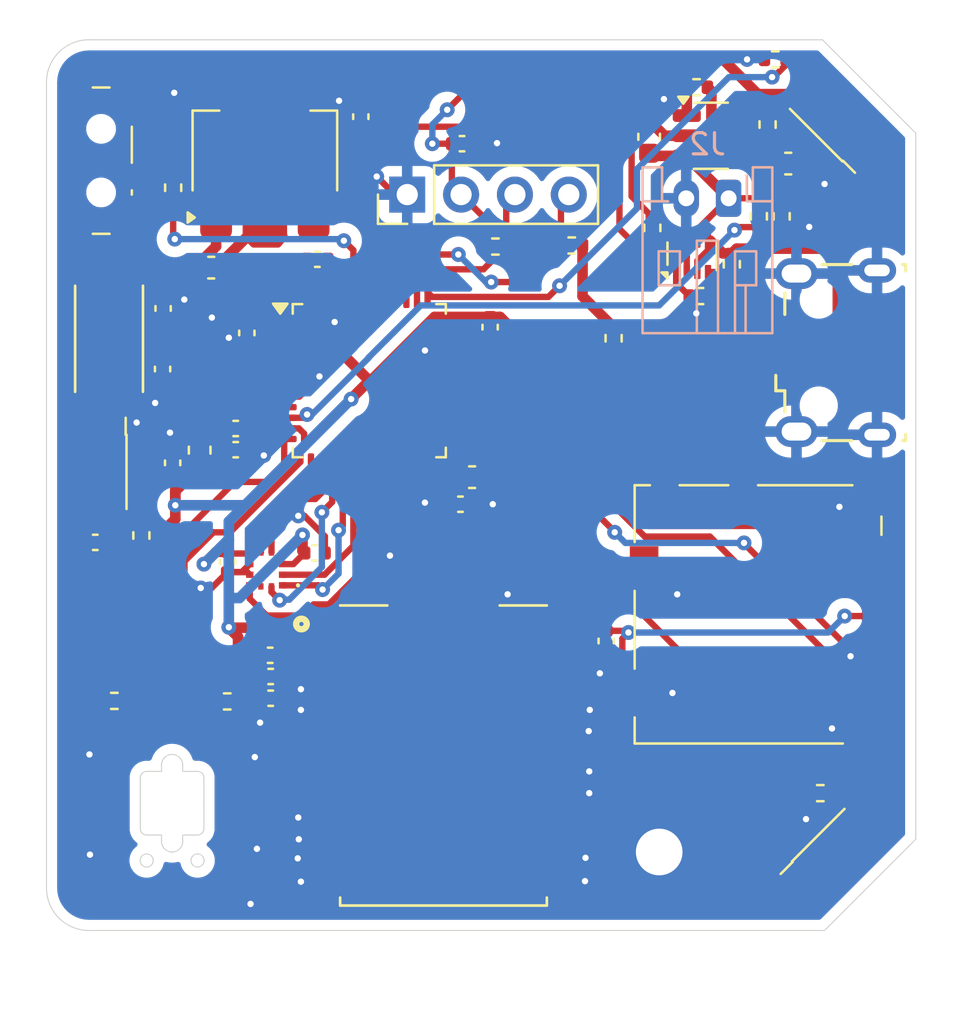
<source format=kicad_pcb>
(kicad_pcb (version 20241229) (generator "pcbnew") (generator_version "9.0")
  (layers (0 "F.Cu" signal) (2 "B.Cu" power) (13 "F.Paste" user) (15 "B.Paste" user) (5 "F.SilkS" user "F.Silkscreen") (7 "B.SilkS" user "B.Silkscreen") (1 "F.Mask" user) (3 "B.Mask" user) (25 "Edge.Cuts" user))
  (net 0 "")
  (net 1 "GND")
  (net 2 "+3.3V")
  (net 3 "/VCC")
  (net 4 "/HSE_IN")
  (net 5 "Net-(U1-NRST)")
  (net 7 "/SD_DET")
  (net 10 "/SD_CS")
  (net 11 "/DISP_SDA")
  (net 12 "/DISP_SCL")
  (net 13 "/ENC_A")
  (net 14 "/ENC_B")
  (net 15 "/HSE_OUT")
  (net 18 "/D+")
  (net 20 "/D-")
  (net 22 "/SD_MISO")
  (net 23 "/ACC_SCK")
  (net 24 "/ACC_MISO")
  (net 25 "/ACC_MOSI")
  (net 26 "/BATSTAT")
  (net 27 "Net-(SW2-B)")
  (net 28 "Net-(U1-BOOT0)")
  (net 29 "/SD_SCK")
  (net 30 "Net-(U5-RF_IN)")
  (net 31 "/BTN_SEL")
  (net 32 "/BTN_BCK")
  (net 33 "/3D_FIX")
  (net 34 "/GPS_TX")
  (net 35 "/ACCEl_INT1")
  (net 36 "/GPS_FON")
  (net 37 "/ACCEl_INT2")
  (net 38 "Net-(U1-VDDA)")
  (net 39 "/ACC_CS")
  (net 42 "/GPS_RX")
  (net 49 "/SD_MOSI")
  (net 54 "/VBUS")
  (net 55 "Net-(U3-PROG)")
  (net 56 "Net-(U3-STAT)")
  (net 57 "/VBAT")
  (net 58 "Net-(U4-ST)")
  (net 60 "Net-(U4-PR1)")
  (footprint "ImportsLibrary:XDCR_BMA456" (layer "F.Cu") (at 144.8625 117.375 180)
    (property "Reference" "U6" (hide yes))
    (property "Value" "BMA456")
  )
  (footprint "Capacitor_SMD:C_0402_1005Metric" (layer "F.Cu") (at 160.9 120.75 -90)
    (property "Reference" "C16" (hide yes))
    (property "Value" "0.1uF")
  )
  (footprint "Resistor_SMD:R_0402_1005Metric" (layer "F.Cu") (at 168.875 93.325)
    (property "Reference" "R15" (hide yes))
    (property "Value" "10kR")
  )
  (footprint "Capacitor_SMD:C_0402_1005Metric" (layer "F.Cu") (at 147.15 116.6)
    (property "Reference" "C15" (hide yes))
    (property "Value" "0.1uF")
  )
  (footprint "Capacitor_SMD:C_0402_1005Metric" (layer "F.Cu") (at 143.0375 117.025 -90)
    (property "Reference" "C18" (hide yes))
    (property "Value" "0.1uF")
  )
  (footprint "Capacitor_SMD:C_0402_1005Metric" (layer "F.Cu") (at 154.025 114.3)
    (property "Reference" "C4" (hide yes))
    (property "Value" "0.1uF")
  )
  (footprint "Button_Switch_SMD:SW_SPST_EVQP7A" (layer "F.Cu") (at 172 131 45)
    (property "Reference" "SW4" (hide yes))
    (property "Value" "SW_Push")
  )
  (footprint "Resistor_SMD:R_0402_1005Metric" (layer "F.Cu") (at 137.7 123.575)
    (property "Reference" "R10" (hide yes))
    (property "Value" "10kR")
  )
  (footprint "Capacitor_SMD:C_0603_1608Metric" (layer "F.Cu") (at 142.27 103.145 180)
    (property "Reference" "C13" (hide yes))
    (property "Value" "22uF")
  )
  (footprint "Capacitor_SMD:C_0603_1608Metric" (layer "F.Cu") (at 162.925 96.975 90)
    (property "Reference" "C10" (hide yes))
    (property "Value" "4.7uF")
  )
  (footprint "Capacitor_SMD:C_0603_1608Metric" (layer "F.Cu") (at 169.4875 98.2375)
    (property "Reference" "C9" (hide yes))
    (property "Value" "4.7uF")
  )
  (footprint "Capacitor_SMD:C_0402_1005Metric" (layer "F.Cu") (at 143.425 111.73)
    (property "Reference" "C6" (hide yes))
    (property "Value" "0.01uF")
  )
  (footprint "Capacitor_SMD:C_0402_1005Metric" (layer "F.Cu") (at 143.425 110.73)
    (property "Reference" "C7" (hide yes))
    (property "Value" "1uF")
  )
  (footprint "Package_TO_SOT_SMD:SOT-223-3_TabPin2" (layer "F.Cu") (at 144.8 97.65 90)
    (property "Reference" "U2" (hide yes))
    (property "Value" "AMS1117-3.3")
  )
  (footprint "Connector_USB:USB_Micro-B_Wuerth_629105150521" (layer "F.Cu") (at 171.725 107.15 90)
    (property "Reference" "J1" (hide yes))
    (property "Value" "USB_B_Micro")
  )
  (footprint "Resistor_SMD:R_0402_1005Metric" (layer "F.Cu") (at 165.325 104.485)
    (property "Reference" "R6" (hide yes))
    (property "Value" "10kR")
  )
  (footprint "Capacitor_SMD:C_0603_1608Metric" (layer "F.Cu") (at 154.575 113.025)
    (property "Reference" "C5" (hide yes))
    (property "Value" "10uF")
  )
  (footprint "Package_TO_SOT_SMD:SOT-583-8" (layer "F.Cu") (at 164.95 102.61 90)
    (property "Reference" "U4" (hide yes))
    (property "Value" "TPS2116DRL")
  )
  (footprint "Connector_PinHeader_2.54mm:PinHeader_1x04_P2.54mm_Vertical" (layer "F.Cu") (at 151.515 99.7 90)
    (property "Reference" "J5" (hide yes))
    (property "Value" "Conn_01x04_Pin")
  )
  (footprint "Capacitor_SMD:C_0402_1005Metric" (layer "F.Cu") (at 149.325 96.025 90)
    (property "Reference" "C12" (hide yes))
    (property "Value" "10uF")
  )
  (footprint "ImportsLibrary:XCVR_L96-M33" (layer "F.Cu") (at 153.225 126.15)
    (property "Reference" "U5" (hide yes))
    (property "Value" "L96-M33")
  )
  (footprint "Capacitor_SMD:C_0402_1005Metric" (layer "F.Cu") (at 145.075 122.425 180)
    (property "Reference" "C22" (hide yes))
    (property "Value" "10uF")
  )
  (footprint "Capacitor_SMD:C_0402_1005Metric" (layer "F.Cu") (at 155.425 105.95 -90)
    (property "Reference" "C1" (hide yes))
    (property "Value" "0.1uF")
  )
  (footprint "Capacitor_SMD:C_0402_1005Metric" (layer "F.Cu") (at 154.1 97.3)
    (property "Reference" "C17" (hide yes))
    (property "Value" "0.1uF")
  )
  (footprint "Package_QFP:LQFP-48_7x7mm_P0.5mm" (layer "F.Cu") (at 149.725 108.475)
    (property "Reference" "U1" (hide yes))
    (property "Value" "STM32F103C8Tx")
  )
  (footprint "Resistor_SMD:R_0402_1005Metric" (layer "F.Cu") (at 165.1625 94.6375 180)
    (property "Reference" "R3" (hide yes))
    (property "Value" "10kR")
  )
  (footprint "Button_Switch_SMD:SW_SPST_EVQP7A" (layer "F.Cu") (at 136.725 112.775 -90)
    (property "Reference" "SW5" (hide yes))
    (property "Value" "SW_Push")
  )
  (footprint "Resistor_SMD:R_0402_1005Metric" (layer "F.Cu") (at 155.675 102.15)
    (property "Reference" "R8" (hide yes))
    (property "Value" "10kR")
  )
  (footprint "Resistor_SMD:R_0402_1005Metric" (layer "F.Cu") (at 161.25 106.475 90)
    (property "Reference" "R17" (hide yes))
    (property "Value" "1k5R")
  )
  (footprint "Button_Switch_SMD:SW_SPST_EVQP7A" (layer "F.Cu") (at 171.9 95.8 135)
    (property "Reference" "SW3" (hide yes))
    (property "Value" "SW_Push")
  )
  (footprint "Resistor_SMD:R_0402_1005Metric" (layer "F.Cu") (at 143.025 123.6)
    (property "Reference" "R11" (hide yes))
    (property "Value" "10kR")
  )
  (footprint "MountingHole:MountingHole_2.2mm_M2_Pad" (layer "F.Cu") (at 163.4 130.7)
    (property "Reference" "H1" (hide yes))
    (property "Value" "MountingHole_Pad")
  )
  (footprint "Resistor_SMD:R_0402_1005Metric" (layer "F.Cu") (at 159.275 102.1 180)
    (property "Reference" "R9" (hide yes))
    (property "Value" "10kR")
  )
  (footprint "Capacitor_SMD:C_0402_1005Metric" (layer "F.Cu") (at 139.975 107.925 -90)
    (property "Reference" "C24" (hide yes))
    (property "Value" "33pF")
  )
  (footprint "Button_Switch_SMD:SW_SPDT_PCM12" (layer "F.Cu") (at 137.405 98.1 -90)
    (property "Reference" "SW2" (hide yes))
    (property "Value" "SW_SPDT")
  )
  (footprint "Resistor_SMD:R_0402_1005Metric" (layer "F.Cu") (at 166.825 102.985 -90)
    (property "Reference" "R5" (hide yes))
    (property "Value" "10kR")
  )
  (footprint "Capacitor_SMD:C_0402_1005Metric" (layer "F.Cu") (at 145.05 121.425 180)
    (property "Reference" "C23" (hide yes))
    (property "Value" "1uF")
  )
  (footprint "Resistor_SMD:R_0402_1005Metric" (layer "F.Cu") (at 168.5125 96.3975 -90)
    (property "Reference" "R4" (hide yes))
    (property "Value" "5kR")
  )
  (footprint "Capacitor_SMD:C_0402_1005Metric" (layer "F.Cu") (at 145.075 123.45 180)
    (property "Reference" "C21" (hide yes))
    (property "Value" "0.1uF")
  )
  (footprint "ImportsLibrary:EC05E1220401" (layer "F.Cu") (at 140.425 133.2)
    (property "Reference" "SW1" (hide yes))
    (property "Value" "EC05E1220401")
    (fp_line (start -1.5 -6) (end -1.5 -4.8) (stroke (width 0.05)) (layer "Edge.Cuts"))
    (fp_line (start -1.5 -3.6) (end -1.5 -4.8) (stroke (width 0.05)) (layer "Edge.Cuts"))
    (fp_line (start -1.2 -6.3) (end -0.5 -6.3) (stroke (width 0.05)) (layer "Edge.Cuts"))
    (fp_line (start -1.2 -3.3) (end -0.5 -3.3) (stroke (width 0.05)) (layer "Edge.Cuts"))
    (fp_line (start -0.5 -6.6) (end -0.5 -6.3) (stroke (width 0.05)) (layer "Edge.Cuts"))
    (fp_line (start -0.5 -3) (end -0.5 -3.3) (stroke (width 0.05)) (layer "Edge.Cuts"))
    (fp_line (start 0.5 -6.6) (end 0.5 -6.3) (stroke (width 0.05)) (layer "Edge.Cuts"))
    (fp_line (start 0.5 -3) (end 0.5 -3.3) (stroke (width 0.05)) (layer "Edge.Cuts"))
    (fp_line (start 1.2 -6.3) (end 0.5 -6.3) (stroke (width 0.05)) (layer "Edge.Cuts"))
    (fp_line (start 1.2 -3.3) (end 0.5 -3.3) (stroke (width 0.05)) (layer "Edge.Cuts"))
    (fp_line (start 1.5 -6) (end 1.5 -4.8) (stroke (width 0.05)) (layer "Edge.Cuts"))
    (fp_line (start 1.5 -3.6) (end 1.5 -4.8) (stroke (width 0.05)) (layer "Edge.Cuts"))
    (fp_arc (start -1.5 -6) (mid -1.412132 -6.212132) (end -1.2 -6.3) (stroke (width 0.05)) (layer "Edge.Cuts"))
    (fp_arc (start -1.2 -3.3) (mid -1.412132 -3.387868) (end -1.5 -3.6) (stroke (width 0.05)) (layer "Edge.Cuts"))
    (fp_arc (start -0.5 -6.6) (mid 0 -7.1) (end 0.5 -6.6) (stroke (width 0.05)) (layer "Edge.Cuts"))
    (fp_arc (start 0.5 -3) (mid 0 -2.5) (end -0.5 -3) (stroke (width 0.05)) (layer "Edge.Cuts"))
    (fp_arc (start 1.2 -6.3) (mid 1.412132 -6.212132) (end 1.5 -6) (stroke (width 0.05)) (layer "Edge.Cuts"))
    (fp_arc (start 1.5 -3.6) (mid 1.412132 -3.387868) (end 1.2 -3.3) (stroke (width 0.05)) (layer "Edge.Cuts"))
    (fp_circle (center -1.2 -2.1) (end -0.89 -2.1) (stroke (width 0.05)) (fill no) (layer "Edge.Cuts"))
    (fp_circle (center 1.2 -2.1) (end 1.51 -2.1) (stroke (width 0.05)) (fill no) (layer "Edge.Cuts"))
  )
  (footprint "Resistor_SMD:R_0402_1005Metric" (layer "F.Cu") (at 168.1 100.725 -90)
    (property "Reference" "R1" (hide yes))
    (property "Value" "220kR")
  )
  (footprint "Capacitor_SMD:C_0402_1005Metric" (layer "F.Cu") (at 136.8 116.1 180)
    (property "Reference" "C20" (hide yes))
    (property "Value" "0.1uF")
  )
  (footprint "Capacitor_SMD:C_0402_1005Metric" (layer "F.Cu") (at 140.45 112.35 90)
    (property "Reference" "C8" (hide yes))
    (property "Value" "1uF")
  )
  (footprint "Resistor_SMD:R_0402_1005Metric" (layer "F.Cu") (at 171 127.925)
    (property "Reference" "R16" (hide yes))
    (property "Value" "10kR")
  )
  (footprint "Capacitor_SMD:C_0402_1005Metric" (layer "F.Cu") (at 140 105.07 90)
    (property "Reference" "C19" (hide yes))
    (property "Value" "33pF")
  )
  (footprint "Package_TO_SOT_SMD:SOT-23-5" (layer "F.Cu") (at 165.8375 96.925)
    (property "Reference" "U3" (hide yes))
    (property "Value" "MCP73831-2-OT")
  )
  (footprint "Resistor_SMD:R_0402_1005Metric" (layer "F.Cu") (at 169.175 100.725 -90)
    (property "Reference" "R2" (hide yes))
    (property "Value" "220kR")
  )
  (footprint "Capacitor_SMD:C_0402_1005Metric" (layer "F.Cu") (at 143.95 106.225 -90)
    (property "Reference" "C2" (hide yes))
    (property "Value" "0.1uF")
  )
  (footprint "Connector_Card:microSD_HC_Molex_104031-0811" (layer "F.Cu") (at 168.0625 119.475 -90)
    (property "Reference" "J4" (hide yes))
    (property "Value" "Micro_SD_Card_Det2")
  )
  (footprint "ImportsLibrary:XTAL_ABM3-8.000MHZ-B4Y-T" (layer "F.Cu") (at 137.45 106.5 -90)
    (property "Reference" "Y1" (hide yes))
    (property "Value" "ABM3-8.000MHZ-B4Y-T")
  )
  (footprint "Inductor_SMD:L_0603_1608Metric" (layer "F.Cu") (at 141.725 111.75 -90)
    (property "Reference" "FB1" (hide yes))
    (property "Value" "FerriteBead")
  )
  (footprint "Resistor_SMD:R_0402_1005Metric" (layer "F.Cu") (at 138.975 115.775 90)
    (property "Reference" "R13" (hide yes))
    (property "Value" "10kR")
  )
  (footprint "Resistor_SMD:R_0402_1005Metric" (layer "F.Cu") (at 140.475 99.375 -90)
    (property "Reference" "R12" (hide yes))
    (property "Value" "10kR")
  )
  (footprint "Resistor_SMD:R_0402_1005Metric" (layer "F.Cu") (at 163.075 101.27 90)
    (property "Reference" "R7" (hide yes))
    (property "Value" "10kR")
  )
  (footprint "Capacitor_SMD:C_0402_1005Metric" (layer "F.Cu") (at 147.275 102.75)
    (property "Reference" "C3" (hide yes))
    (property "Value" "0.1uF")
  )
  (footprint "Connector_JST:JST_PH_S2B-PH-K_1x02_P2.00mm_Horizontal" (layer "B.Cu") (at 166.675 99.875 180)
    (property "Reference" "J2")
    (property "Value" "Battery")
  )
  (gr_arc (start 134.5 94.4) (mid 135.085786 92.985786) (end 136.5 92.4) (stroke (width 0.05)) (layer "Edge.Cuts"))
  (gr_line (start 171.2 134.4) (end 175.5 130.1) (stroke (width 0.05)) (layer "Edge.Cuts"))
  (gr_line (start 171.1 92.4) (end 136.5 92.4) (stroke (width 0.05)) (layer "Edge.Cuts"))
  (gr_arc (start 136.5 134.4) (mid 135.085786 133.814214) (end 134.5 132.4) (stroke (width 0.05)) (layer "Edge.Cuts"))
  (gr_line (start 171.1 92.4) (end 175.5 96.8) (stroke (width 0.05)) (layer "Edge.Cuts"))
  (gr_line (start 134.5 94.4) (end 134.5 132.4) (stroke (width 0.05)) (layer "Edge.Cuts"))
  (gr_line (start 175.5 130.1) (end 175.5 96.8) (stroke (width 0.05)) (layer "Edge.Cuts"))
  (gr_line (start 136.5 134.4) (end 171.2 134.4) (stroke (width 0.05)) (layer "Edge.Cuts"))
  (segment (start 139.975 109.175) (end 139.625 109.525) (width 0.3) (layer "F.Cu") (net 1))
  (segment (start 140.45 111.05) (end 140.325 110.925) (width 0.5) (layer "F.Cu") (net 1))
  (segment (start 150.925 99.7) (end 150.075 98.85) (width 0.3) (layer "F.Cu") (net 1))
  (segment (start 144.225 130.35) (end 144.425 130.55) (width 0.3) (layer "F.Cu") (net 1))
  (segment (start 173.5125 121.87) (end 172.82545 121.87) (width 0.3) (layer "F.Cu") (net 1))
  (segment (start 151.975 112.6375) (end 151.975 113.85) (width 0.3) (layer "F.Cu") (net 1))
  (segment (start 143.905 110.73) (end 143.905 111.73) (width 0.3) (layer "F.Cu") (net 1))
  (segment (start 146.55 129.95) (end 146.4 130.1) (width 0.3) (layer "F.Cu") (net 1))
  (segment (start 148.425 129.95) (end 146.55 129.95) (width 0.3) (layer "F.Cu") (net 1))
  (segment (start 158.025 130.95) (end 158.025 132.1) (width 0.3) (layer "F.Cu") (net 1))
  (segment (start 160.9 121.23) (end 160.9 121.975) (width 0.3) (layer "F.Cu") (net 1))
  (segment (start 148.425 122.95) (end 146.575 122.95) (width 0.3) (layer "F.Cu") (net 1))
  (segment (start 137.445 110.975) (end 137.445 114.575) (width 0.3) (layer "F.Cu") (net 1))
  (segment (start 154.825 113.55) (end 155.55 114.275) (width 0.3) (layer "F.Cu") (net 1))
  (segment (start 142.5 100.85) (end 142.5 102.14) (width 0.5) (layer "F.Cu") (net 1))
  (segment (start 144.57 121.425) (end 144.57 122.4) (width 0.3) (layer "F.Cu") (net 1))
  (segment (start 169.175 101.235) (end 170.465 101.235) (width 0.3) (layer "F.Cu") (net 1))
  (segment (start 152.275 106.975) (end 152.351164 107.051164) (width 0.3) (layer "F.Cu") (net 1))
  (segment (start 173.3875 113.91) (end 172.415 113.91) (width 0.3) (layer "F.Cu") (net 1))
  (segment (start 147.475 105.175) (end 148.05 105.75) (width 0.3) (layer "F.Cu") (net 1))
  (segment (start 159.9 130.95) (end 159.925 130.975) (width 0.3) (layer "F.Cu") (net 1))
  (segment (start 146.4 130.95) (end 146.35 131) (width 0.3) (layer "F.Cu") (net 1))
  (segment (start 144.595 124.58) (end 144.575 124.6) (width 0.3) (layer "F.Cu") (net 1))
  (segment (start 151.975 113.85) (end 152.35 114.225) (width 0.3) (layer "F.Cu") (net 1))
  (segment (start 143.95 106.705) (end 143.355 106.705) (width 0.3) (layer "F.Cu") (net 1))
  (segment (start 137.445 110.975) (end 138.225 110.975) (width 0.3) (layer "F.Cu") (net 1))
  (segment (start 142.34 105.46) (end 142.3 105.5) (width 0.3) (layer "F.Cu") (net 1))
  (segment (start 170.49 128.985) (end 170.325 129.15) (width 0.3) (layer "F.Cu") (net 1))
  (segment (start 148.425 132.1) (end 146.5 132.1) (width 0.3) (layer "F.Cu") (net 1))
  (segment (start 143.724 133.551) (end 144.125 133.15) (width 0.3) (layer "F.Cu") (net 1))
  (segment (start 140.94 104.59) (end 141 104.65) (width 0.3) (layer "F.Cu") (net 1))
  (segment (start 154.58 97.3) (end 155.725 97.3) (width 0.3) (layer "F.Cu") (net 1))
  (segment (start 153.8875 106.225) (end 155.22 106.225) (width 0.3) (layer "F.Cu") (net 1))
  (segment (start 144.48 111.73) (end 144.75 112) (width 0.3) (layer "F.Cu") (net 1))
  (segment (start 170.2625 98.2375) (end 170.2625 98.2625) (width 0.5) (layer "F.Cu") (net 1))
  (segment (start 147.475 104.3125) (end 147.475 103.03) (width 0.3) (layer "F.Cu") (net 1))
  (segment (start 142.2925 118.25) (end 141.775 118.25) (width 0.3) (layer "F.Cu") (net 1))
  (segment (start 172.82545 121.87) (end 172.425449 121.469999) (width 0.3) (layer "F.Cu") (net 1))
  (segment (start 143.0375 117.505) (end 143.9675 117.505) (width 0.3) (layer "F.Cu") (net 1))
  (segment (start 140 104.59) (end 140.94 104.59) (width 0.3) (layer "F.Cu") (net 1))
  (segment (start 164.815 104.485) (end 164.815 104.965) (width 0.3) (layer "F.Cu") (net 1))
  (segment (start 136.625 128.4) (end 136.625 126.2) (width 0.3) (layer "F.Cu") (net 1))
  (segment (start 141.495 103.145) (end 141.495 103.6) (width 0.3) (layer "F.Cu") (net 1))
  (segment (start 155.65 119.15) (end 156.25 118.55) (width 0.3) (layer "F.Cu") (net 1))
  (segment (start 169.825 105.85) (end 169.825 103.475) (width 0.3) (layer "F.Cu") (net 1))
  (segment (start 170.49 127.925) (end 170.49 128.985) (width 0.3) (layer "F.Cu") (net 1))
  (segment (start 145.5625 109.225) (end 146.425 109.225) (width 0.3) (layer "F.Cu") (net 1))
  (segment (start 158.025 127.95) (end 160.075 127.95) (width 0.3) (layer "F.Cu") (net 1))
  (segment (start 153.8875 106.225) (end 153.025 106.225) (width 0.3) (layer "F.Cu") (net 1))
  (segment (start 154.505 114.3) (end 154.505 113.87) (width 0.3) (layer "F.Cu") (net 1))
  (segment (start 144.57 122.4) (end 144.595 122.425) (width 0.3) (layer "F.Cu") (net 1))
  (segment (start 147.63 116.6) (end 147.63 115.813636) (width 0.3) (layer "F.Cu") (net 1))
  (segment (start 141.426 133.551) (end 143.724 133.551) (width 0.3) (layer "F.Cu") (net 1))
  (segment (start 160.9 121.975) (end 160.6 122.275) (width 0.3) (layer "F.Cu") (net 1))
  (segment (start 147.63 115.813636) (end 146.666364 114.85) (width 0.3) (layer "F.Cu") (net 1))
  (segment (start 146.55 123.95) (end 146.5 124) (width 0.3) (layer "F.Cu") (net 1))
  (segment (start 140.45 111.87) (end 140.45 111.05) (width 0.5) (layer "F.Cu") (net 1))
  (segment (start 147.475 104.3125) (end 147.475 105.175) (width 0.3) (layer "F.Cu") (net 1))
  (segment (start 164.02 123.205) (end 164.025 123.2) (width 0.3) (layer "F.Cu") (net 1))
  (segment (start 155.22 106.225) (end 155.425 106.43) (width 0.3) (layer "F.Cu") (net 1))
  (segment (start 173.1625 125.23) (end 171.905 125.23) (width 0.3) (layer "F.Cu") (net 1))
  (segment (start 136.625 128.4) (end 136.625 130.75) (width 0.3) (layer "F.Cu") (net 1))
  (segment (start 146.5 128.95) (end 146.375 129.075) (width 0.3) (layer "F.Cu") (net 1))
  (segment (start 155.55 114.275) (end 155.55 114.3) (width 0.3) (layer "F.Cu") (net 1))
  (segment (start 148.425 129.95) (end 148.425 130.95) (width 0.3) (layer "F.Cu") (net 1))
  (segment (start 143.355 106.705) (end 143.1 106.45) (width 0.3) (layer "F.Cu") (net 1))
  (segment (start 146.575 122.95) (end 146.5 123.025) (width 0.3) (layer "F.Cu") (net 1))
  (segment (start 163.65 96.925) (end 162.925 96.2) (width 0.5) (layer "F.Cu") (net 1))
  (segment (start 142.34 104.445) (end 142.34 105.46) (width 0.3) (layer "F.Cu") (net 1))
  (segment (start 148.425 123.95) (end 146.55 123.95) (width 0.3) (layer "F.Cu") (net 1))
  (segment (start 146.425 109.225) (end 147.375 108.275) (width 0.3) (layer "F.Cu") (net 1))
  (segment (start 143.9675 117.505) (end 144.0875 117.625) (width 0.3) (layer "F.Cu") (net 1))
  (segment (start 162.935 117.235) (end 164.25 118.55) (width 0.3) (layer "F.Cu") (net 1))
  (segment (start 144.595 122.425) (end 144.595 123.45) (width 0.3) (layer "F.Cu") (net 1))
  (segment (start 154.505 113.87) (end 154.825 113.55) (width 0.3) (layer "F.Cu") (net 1))
  (segment (start 170.2625 98.2375) (end 168.9325 96.9075) (width 0.5) (layer "F.Cu") (net 1))
  (segment (start 144.225 128.4) (end 144.225 130.35) (width 0.3) (layer "F.Cu") (net 1))
  (segment (start 158.025 132.1) (end 159.875 132.1) (width 0.3) (layer "F.Cu") (net 1))
  (segment (start 155.725 97.3) (end 155.75 97.275) (width 0.3) (layer "F.Cu") (net 1))
  (segment (start 162.6875 123.205) (end 164.02 123.205) (width 0.3) (layer "F.Cu") (net 1))
  (segment (start 164.2 103.35) (end 164.2 103.87) (width 0.3) (layer "F.Cu") (net 1))
  (segment (start 144.225 128.4) (end 144.225 126.325) (width 0.3) (layer "F.Cu") (net 1))
  (segment (start 148.425 130.95) (end 146.4 130.95) (width 0.3) (layer "F.Cu") (net 1))
  (segment (start 151.225 119.15) (end 151.225 117.25) (width 0.3) (layer "F.Cu") (net 1))
  (segment (start 147.475 103.03) (end 147.755 102.75) (width 0.3) (layer "F.Cu") (net 1))
  (segment (start 158.025 130.95) (end 159.9 130.95) (width 0.3) (layer "F.Cu") (net 1))
  (segment (start 158.025 126.95) (end 160.05 126.95) (width 0.3) (layer "F.Cu") (net 1))
  (segment (start 137.445 114.575) (end 137.445 115.935) (width 0.3) (layer "F.Cu") (net 1))
  (segment (start 158.025 124.95) (end 160.025 124.95) (width 0.3) (layer "F.Cu") (net 1))
  (segment (start 158.025 123.95) (end 160.075 123.95) (width 0.3) (layer "F.Cu") (net 1))
  (segment (start 150.875 100.34) (end 151.515 99.7) (width 0.3) (layer "F.Cu") (net 1))
  (segment (start 136.625 126.2) (end 136.525 126.1) (width 0.3) (layer "F.Cu") (net 1))
  (segment (start 139.575 95.85) (end 140.525 94.9) (width 0.3) (layer "F.Cu") (net 1))
  (segment (start 148.425 128.95) (end 148.425 129.95) (width 0.3) (layer "F.Cu") (net 1))
  (segment (start 154.825 113.55) (end 155.35 113.025) (width 0.3) (layer "F.Cu") (net 1))
  (segment (start 138.835 95.85) (end 139.575 95.85) (width 0.3) (layer "F.Cu") (net 1))
  (segment (start 169.825 103.475) (end 169.875 103.425) (width 0.3) (layer "F.Cu") (net 1))
  (segment (start 148.57 95.545) (end 148.3 95.275) (width 0.3) (layer "F.Cu") (net 1))
  (segment (start 160.075 127.95) (end 160.1 127.925) (width 0.3) (layer "F.Cu") (net 1))
  (segment (start 139.975 108.405) (end 139.975 109.175) (width 0.3) (layer "F.Cu") (net 1))
  (segment (start 148.05 105.75) (end 148.090686 105.709314) (width 0.3) (layer "F.Cu") (net 1))
  (segment (start 148.425 130.95) (end 148.425 132.1) (width 0.3) (layer "F.Cu") (net 1))
  (segment (start 141.495 103.6) (end 142.34 104.445) (width 0.3) (layer "F.Cu") (net 1))
  (segment (start 172.415 113.91) (end 171.9 114.425) (width 0.3) (layer "F.Cu") (net 1))
  (segment (start 143.0375 117.505) (end 142.2925 118.25) (width 0.3) (layer "F.Cu") (net 1))
  (segment (start 170.465 101.235) (end 170.475 101.225) (width 0.3) (layer "F.Cu") (net 1))
  (segment (start 136.625 130.75) (end 136.55 130.825) (width 0.3) (layer "F.Cu") (net 1))
  (segment (start 140.425 132.55) (end 141.426 133.551) (width 0.3) (layer "F.Cu") (net 1))
  (segment (start 142.5 102.14) (end 141.495 103.145) (width 0.5) (layer "F.Cu") (net 1))
  (segment (start 168.365 93.325) (end 167.544295 93.325) (width 0.3) (layer "F.Cu") (net 1))
  (segment (start 170.2625 98.2625) (end 171.2 99.2) (width 0.5) (layer "F.Cu") (net 1))
  (segment (start 162.925 95.894128) (end 163.622064 95.197064) (width 0.5) (layer "F.Cu") (net 1))
  (segment (start 137.445 115.935) (end 137.28 116.1) (width 0.3) (layer "F.Cu") (net 1))
  (segment (start 162.6875 117.235) (end 162.935 117.235) (width 0.3) (layer "F.Cu") (net 1))
  (segment (start 155.225 119.15) (end 155.65 119.15) (width 0.3) (layer "F.Cu") (net 1))
  (segment (start 160.025 124.95) (end 160.075 125) (width 0.3) (layer "F.Cu") (net 1))
  (segment (start 144.595 123.45) (end 144.595 124.58) (width 0.3) (layer "F.Cu") (net 1))
  (segment (start 160.05 126.95) (end 160.1 126.9) (width 0.3) (layer "F.Cu") (net 1))
  (segment (start 144.225 126.325) (end 144.325 126.225) (width 0.3) (layer "F.Cu") (net 1))
  (segment (start 146.666364 114.85) (end 146.375 114.85) (width 0.3) (layer "F.Cu") (net 1))
  (segment (start 148.425 128.95) (end 146.5 128.95) (width 0.3) (layer "F.Cu") (net 1))
  (segment (start 143.905 111.73) (end 144.48 111.73) (width 0.3) (layer "F.Cu") (net 1))
  (segment (start 138.225 110.975) (end 138.75 110.45) (width 0.3) (layer "F.Cu") (net 1))
  (segment (start 164.2 103.87) (end 164.815 104.485) (width 0.3) (layer "F.Cu") (net 1))
  (segment (start 164.7 96.925) (end 163.65 96.925) (width 0.5) (layer "F.Cu") (net 1))
  (segment (start 143.7075 117.505) (end 144.0875 117.125) (width 0.3) (layer "F.Cu") (net 1))
  (segment (start 162.925 96.2) (end 162.925 95.894128) (width 0.5) (layer "F.Cu") (net 1))
  (segment (start 151.515 99.7) (end 150.925 99.7) (width 0.3) (layer "F.Cu") (net 1))
  (segment (start 164.815 104.965) (end 165.15 105.3) (width 0.3) (layer "F.Cu") (net 1))
  (segment (start 151.225 117.25) (end 150.7 116.725) (width 0.3) (layer "F.Cu") (net 1))
  (segment (start 168.9325 96.9075) (end 168.5125 96.9075) (width 0.5) (layer "F.Cu") (net 1))
  (segment (start 149.325 95.545) (end 148.57 95.545) (width 0.3) (layer "F.Cu") (net 1))
  (segment (start 171.905 125.23) (end 171.55 124.875) (width 0.3) (layer "F.Cu") (net 1))
  (segment (start 143.0375 117.505) (end 143.7075 117.505) (width 0.3) (layer "F.Cu") (net 1))
  (segment (start 159.875 132.1) (end 159.9 132.075) (width 0.3) (layer "F.Cu") (net 1))
  (segment (start 147.63 116.6) (end 147.63 116.55174) (width 0.3) (layer "F.Cu") (net 1))
  (segment (start 160.075 123.95) (end 160.125 124) (width 0.3) (layer "F.Cu") (net 1))
  (segment (start 153.025 106.225) (end 152.275 106.975) (width 0.3) (layer "F.Cu") (net 1))
  (via (at 148.090686 105.709314) (size 0.7) (drill 0.3) (layers "F.Cu" "B.Cu") (net 1))
  (via (at 136.55 130.825) (size 0.7) (drill 0.3) (layers "F.Cu" "B.Cu") (net 1))
  (via (at 150.7 116.725) (size 0.7) (drill 0.3) (layers "F.Cu" "B.Cu") (net 1))
  (via (at 164.025 123.2) (size 0.7) (drill 0.3) (layers "F.Cu" "B.Cu") (net 1))
  (via (at 144.325 126.225) (size 0.7) (drill 0.3) (layers "F.Cu" "B.Cu") (net 1))
  (via (at 146.4 130.1) (size 0.7) (drill 0.3) (layers "F.Cu" "B.Cu") (net 1))
  (via (at 146.5 132.1) (size 0.7) (drill 0.3) (layers "F.Cu" "B.Cu") (net 1))
  (via (at 164.25 118.55) (size 0.7) (drill 0.3) (layers "F.Cu" "B.Cu") (net 1))
  (via (at 142.3 105.5) (size 0.7) (drill 0.3) (layers "F.Cu" "B.Cu") (net 1))
  (via (at 171.9 114.425) (size 0.7) (drill 0.3) (layers "F.Cu" "B.Cu") (net 1))
  (via (at 160.1 126.9) (size 0.7) (drill 0.3) (layers "F.Cu" "B.Cu") (net 1))
  (via (at 167.544295 93.325) (size 0.7) (drill 0.3) (layers "F.Cu" "B.Cu") (net 1))
  (via (at 172.425449 121.469999) (size 0.7) (drill 0.3) (layers "F.Cu" "B.Cu") (net 1))
  (via (at 144.425 130.55) (size 0.7) (drill 0.3) (layers "F.Cu" "B.Cu") (net 1))
  (via (at 136.525 126.1) (size 0.7) (drill 0.3) (layers "F.Cu" "B.Cu") (net 1))
  (via (at 160.6 122.275) (size 0.7) (drill 0.3) (layers "F.Cu" "B.Cu") (net 1))
  (via (at 160.075 125) (size 0.7) (drill 0.3) (layers "F.Cu" "B.Cu") (net 1))
  (via (at 143.1 106.45) (size 0.7) (drill 0.3) (layers "F.Cu" "B.Cu") (net 1))
  (via (at 150.075 98.85) (size 0.7) (drill 0.3) (layers "F.Cu" "B.Cu") (net 1))
  (via (at 165.15 105.3) (size 0.7) (drill 0.3) (layers "F.Cu" "B.Cu") (net 1))
  (via (at 141.775 118.25) (size 0.7) (drill 0.3) (layers "F.Cu" "B.Cu") (net 1))
  (via (at 144.75 112) (size 0.7) (drill 0.3) (layers "F.Cu" "B.Cu") (net 1))
  (via (at 152.351164 107.051164) (size 0.7) (drill 0.3) (layers "F.Cu" "B.Cu") (net 1))
  (via (at 141 104.65) (size 0.7) (drill 0.3) (layers "F.Cu" "B.Cu") (net 1))
  (via (at 160.1 127.925) (size 0.7) (drill 0.3) (layers "F.Cu" "B.Cu") (net 1))
  (via (at 171.55 124.875) (size 0.7) (drill 0.3) (layers "F.Cu" "B.Cu") (net 1))
  (via (at 163.622064 95.197064) (size 0.7) (drill 0.3) (layers "F.Cu" "B.Cu") (net 1))
  (via (at 146.5 123.025) (size 0.7) (drill 0.3) (layers "F.Cu" "B.Cu") (net 1))
  (via (at 152.35 114.225) (size 0.7) (drill 0.3) (layers "F.Cu" "B.Cu") (net 1))
  (via (at 146.375 129.075) (size 0.7) (drill 0.3) (layers "F.Cu" "B.Cu") (net 1))
  (via (at 147.375 108.275) (size 0.7) (drill 0.3) (layers "F.Cu" "B.Cu") (net 1))
  (via (at 146.5 124) (size 0.7) (drill 0.3) (layers "F.Cu" "B.Cu") (net 1))
  (via (at 155.55 114.3) (size 0.7) (drill 0.3) (layers "F.Cu" "B.Cu") (net 1))
  (via (at 160.125 124) (size 0.7) (drill 0.3) (layers "F.Cu" "B.Cu") (net 1))
  (via (at 144.575 124.6) (size 0.7) (drill 0.3) (layers "F.Cu" "B.Cu") (net 1))
  (via (at 170.325 129.15) (size 0.7) (drill 0.3) (layers "F.Cu" "B.Cu") (net 1))
  (via (at 155.75 97.275) (size 0.7) (drill 0.3) (layers "F.Cu" "B.Cu") (net 1))
  (via (at 159.9 132.075) (size 0.7) (drill 0.3) (layers "F.Cu" "B.Cu") (net 1))
  (via (at 156.25 118.55) (size 0.7) (drill 0.3) (layers "F.Cu" "B.Cu") (net 1))
  (via (at 140.525 94.9) (size 0.7) (drill 0.3) (layers "F.Cu" "B.Cu") (net 1))
  (via (at 139.625 109.525) (size 0.7) (drill 0.3) (layers "F.Cu" "B.Cu") (net 1))
  (via (at 170.475 101.225) (size 0.7) (drill 0.3) (layers "F.Cu" "B.Cu") (net 1))
  (via (at 171.2 99.2) (size 0.7) (drill 0.3) (layers "F.Cu" "B.Cu") (net 1))
  (via (at 146.35 131) (size 0.7) (drill 0.3) (layers "F.Cu" "B.Cu") (net 1))
  (via (at 159.925 130.975) (size 0.7) (drill 0.3) (layers "F.Cu" "B.Cu") (net 1))
  (via (at 144.125 133.15) (size 0.7) (drill 0.3) (layers "F.Cu" "B.Cu") (net 1))
  (via (at 138.75 110.45) (size 0.7) (drill 0.3) (layers "F.Cu" "B.Cu") (net 1))
  (via (at 146.375 114.85) (size 0.7) (drill 0.3) (layers "F.Cu" "B.Cu") (net 1))
  (via (at 140.325 110.925) (size 0.7) (drill 0.3) (layers "F.Cu" "B.Cu") (net 1))
  (via (at 148.3 95.275) (size 0.7) (drill 0.3) (layers "F.Cu" "B.Cu") (net 1))
  (segment (start 136.124 99.993917) (end 136.124 99.206083) (width 0.5) (layer "F.Cu") (net 2))
  (segment (start 138.566083 96.764) (end 140.036 96.764) (width 0.5) (layer "F.Cu") (net 2))
  (segment (start 144.625 120.125) (end 145.53 121.03) (width 0.5) (layer "F.Cu") (net 2))
  (segment (start 161.6615 124.768424) (end 161.6615 122.3) (width 0.3) (layer "F.Cu") (net 2))
  (segment (start 153.3 112.125) (end 153.325 112.125) (width 0.5) (layer "F.Cu") (net 2))
  (segment (start 145.6375 117.125) (end 146.145 117.125) (width 0.3) (layer "F.Cu") (net 2))
  (segment (start 142.505 116.545) (end 143.0375 116.545) (width 0.5) (layer "F.Cu") (net 2))
  (segment (start 143.97 105.725) (end 143.95 105.745) (width 0.3) (layer "F.Cu") (net 2))
  (segment (start 153.8 112.6) (end 153.8 113.025) (width 0.5) (layer "F.Cu") (net 2))
  (segment (start 157.59198 115.175) (end 154.110001 115.175) (width 0.3) (layer "F.Cu") (net 2))
  (segment (start 155.895 105.47) (end 156.39 105.965) (width 0.5) (layer "F.Cu") (net 2))
  (segment (start 146.975 104.3125) (end 145.8275 104.3125) (width 0.3) (layer "F.Cu") (net 2))
  (segment (start 160.9 118.48302) (end 159.88349 117.466511) (width 0.3) (layer "F.Cu") (net 2))
  (segment (start 140.575 114.35) (end 140.575 115.004999) (width 0.5) (layer "F.Cu") (net 2))
  (segment (start 145.5625 105.725) (end 145.5625 104.5775) (width 0.3) (layer "F.Cu") (net 2))
  (segment (start 171.086009 132.907225) (end 169.800301 132.907225) (width 0.3) (layer "F.Cu") (net 2))
  (segment (start 139.4525 116.1275) (end 139.294999 116.285) (width 0.5) (layer "F.Cu") (net 2))
  (segment (start 140.575 115.004999) (end 139.4525 116.1275) (width 0.5) (layer "F.Cu") (net 2))
  (segment (start 140.036 96.764) (end 142.25 94.55) (width 0.5) (layer "F.Cu") (net 2))
  (segment (start 146.575 116.505) (end 146.67 116.6) (width 0.5) (layer "F.Cu") (net 2))
  (segment (start 171.186325 132.806909) (end 173.731909 130.261325) (width 0.3) (layer "F.Cu") (net 2))
  (segment (start 149.675 108.425) (end 149.675 108.525) (width 0.5) (layer "F.Cu") (net 2))
  (segment (start 149.845956 108.425) (end 152.800956 105.47) (width 0.5) (layer "F.Cu") (net 2))
  (segment (start 173.4175 119.575) (end 173.5125 119.67) (width 0.3) (layer "F.Cu") (net 2))
  (segment (start 153.8 113.025) (end 153.545 113.28) (width 0.5) (layer "F.Cu") (net 2))
  (segment (start 144.8 94.0491) (end 145.5991 93.25) (width 0.5) (layer "F.Cu") (net 2))
  (segment (start 149.845956 108.670956) (end 153.3 112.125) (width 0.5) (layer "F.Cu") (net 2))
  (segment (start 143.1175 116.625) (end 143.0375 116.545) (width 0.3) (layer "F.Cu") (net 2))
  (segment (start 160.9 120.27) (end 160.9 118.48302) (width 0.3) (layer "F.Cu") (net 2))
  (segment (start 149.845956 108.425) (end 149.845956 108.670956) (width 0.5) (layer "F.Cu") (net 2))
  (segment (start 140.575 113.6875) (end 141.725 112.5375) (width 0.5) (layer "F.Cu") (net 2))
  (segment (start 158.025 122.95) (end 158.051 122.976) (width 0.3) (layer "F.Cu") (net 2))
  (segment (start 139.4525 116.1275) (end 137.19 118.39) (width 0.5) (layer "F.Cu") (net 2))
  (segment (start 140.575 114.35) (end 140.575 112.955) (width 0.5) (layer "F.Cu") (net 2))
  (segment (start 143.3 104.445) (end 143.3 103.4) (width 0.5) (layer "F.Cu") (net 2))
  (segment (start 141.925 117.125) (end 142.505 116.545) (width 0.5) (layer "F.Cu") (net 2))
  (segment (start 143.3 103.4) (end 143.045 103.145) (width 0.5) (layer "F.Cu") (net 2))
  (segment (start 153.4 95.7) (end 154.1 95) (width 0.3) (layer "F.Cu") (net 2))
  (segment (start 137.19 118.39) (end 137.19 123.575) (width 0.5) (layer "F.Cu") (net 2))
  (segment (start 149.675 108.525) (end 148.875 109.325) (width 0.5) (layer "F.Cu") (net 2))
  (segment (start 156.39 105.965) (end 161.25 105.965) (width 0.5) (layer "F.Cu") (net 2))
  (segment (start 169.800301 132.907225) (end 161.6615 124.768424) (width 0.3) (layer "F.Cu") (net 2))
  (segment (start 143.1 120.125) (end 144.625 120.125) (width 0.5) (layer "F.Cu") (net 2))
  (segment (start 153.62 99.265) (end 153.62 97.3) (width 0.3) (layer "F.Cu") (net 2))
  (segment (start 160.9855 122.976) (end 161.6615 122.3) (width 0.3) (layer "F.Cu") (net 2))
  (segment (start 142.25 94.55) (end 144.8 94.55) (width 0.5) (layer "F.Cu") (net 2))
  (segment (start 146.975 104.3125) (end 146.975 102.93) (width 0.3) (layer "F.Cu") (net 2))
  (segment (start 145.5991 93.25) (end 154.1 93.25) (width 0.5) (layer "F.Cu") (net 2))
  (segment (start 153.8 113.025) (end 152.9635 113.025) (width 0.5) (layer "F.Cu") (net 2))
  (segment (start 145.53 121.03) (end 145.53 121.425) (width 0.5) (layer "F.Cu") (net 2))
  (segment (start 153.545 114.609999) (end 153.545 114.3) (width 0.3) (layer "F.Cu") (net 2))
  (segment (start 154.1 93.25) (end 166.337925 93.25) (width 0.5) (layer "F.Cu") (net 2))
  (segment (start 145.53 122.4) (end 145.555 122.425) (width 0.5) (layer "F.Cu") (net 2))
  (segment (start 140.575 114.35) (end 140.575 113.6875) (width 0.5) (layer "F.Cu") (net 2))
  (segment (start 146.145 117.125) (end 146.67 116.6) (width 0.3) (layer "F.Cu") (net 2))
  (segment (start 145.555 123.45) (end 145.555 125.655) (width 0.5) (layer "F.Cu") (net 2))
  (segment (start 161.6615 120.6385) (end 161.95 120.35) (width 0.3) (layer "F.Cu") (net 2))
  (segment (start 153.545 113.28) (end 153.545 114.3) (width 0.5) (layer "F.Cu") (net 2))
  (segment (start 159.785 104.5) (end 159.785 102.1) (width 0.5) (layer "F.Cu") (net 2))
  (segment (start 160.9 120.27) (end 161.87 120.27) (width 0.3) (layer "F.Cu") (net 2))
  (segment (start 144.0875 116.625) (end 143.1175 116.625) (width 0.3) (layer "F.Cu") (net 2))
  (segment (start 145.695 104.445) (end 149.675 108.425) (width 0.5) (layer "F.Cu") (net 2))
  (segment (start 145.555 122.425) (end 145.555 123.45) (width 0.5) (layer "F.Cu") (net 2))
  (segment (start 143.1 120.125) (end 143.535 120.56) (width 0.5) (layer "F.Cu") (net 2))
  (segment (start 148.425 126.95) (end 148.425 127.95) (width 0.3) (layer "F.Cu") (net 2))
  (segment (start 170.218091 94.961325) (end 172.763675 97.506909) (width 0.3) (layer "F.Cu") (net 2))
  (segment (start 138.835 100.35) (end 138.634 100.551) (width 0.5) (layer "F.Cu") (net 2))
  (segment (start 139.294999 116.285) (end 138.975 116.285) (width 0.5) (layer "F.Cu") (net 2))
  (segment (start 154.110001 115.175) (end 153.545 114.609999) (width 0.3) (layer "F.Cu") (net 2))
  (segment (start 166.337925 93.25) (end 168.04925 94.961325) (width 0.5) (layer "F.Cu") (net 2))
  (segment (start 149.675 108.425) (end 149.845956 108.425) (width 0.5) (layer "F.Cu") (net 2))
  (segment (start 168.04925 94.961325) (end 170.218091 94.961325) (width 0.5) (layer "F.Cu") (net 2))
  (segment (start 155.165 100.81) (end 154.055 99.7) (width 0.3) (layer "F.Cu") (net 2))
  (segment (start 153.325 112.125) (end 153.8 112.6) (width 0.5) (layer "F.Cu") (net 2))
  (segment (start 144.8 94.55) (end 144.8 94.0491) (width 0.5) (layer "F.Cu") (net 2))
  (segment (start 145.53 121.425) (end 145.53 122.4) (width 0.5) (layer "F.Cu") (net 2))
  (segment (start 145.5625 104.5775) (end 145.695 104.445) (width 0.3) (layer "F.Cu") (net 2))
  (segment (start 143.045 103.145) (end 143.045 102.605) (width 0.5) (layer "F.Cu") (net 2))
  (segment (start 161.25 105.965) (end 159.785 104.5) (width 0.5) (layer "F.Cu") (net 2))
  (segment (start 155.425 105.47) (end 155.895 105.47) (width 0.5) (layer "F.Cu") (net 2))
  (segment (start 154.1 95) (end 154.1 93.25) (width 0.3) (layer "F.Cu") (net 2))
  (segment (start 152.800956 105.47) (end 155.425 105.47) (width 0.5) (layer "F.Cu") (net 2))
  (segment (start 136.681083 100.551) (end 136.124 99.993917) (width 0.5) (layer "F.Cu") (net 2))
  (segment (start 146.975 102.93) (end 146.795 102.75) (width 0.3) (layer "F.Cu") (net 2))
  (segment (start 143.045 102.605) (end 144.8 100.85) (width 0.5) (layer "F.Cu") (net 2))
  (segment (start 153.62 97.3) (end 152.7 97.3) (width 0.3) (layer "F.Cu") (net 2))
  (segment (start 158.051 122.976) (end 160.9855 122.976) (width 0.3) (layer "F.Cu") (net 2))
  (segment (start 161.87 120.27) (end 161.95 120.35) (width 0.3) (layer "F.Cu") (net 2))
  (segment (start 145.695 104.445) (end 143.3 104.445) (width 0.5) (layer "F.Cu") (net 2))
  (segment (start 140.575 112.955) (end 140.45 112.83) (width 0.5) (layer "F.Cu") (net 2))
  (segment (start 171.186325 132.806909) (end 171.086009 132.907225) (width 0.3) (layer "F.Cu") (net 2))
  (segment (start 146.85 126.95) (end 148.425 126.95) (width 0.5) (layer "F.Cu") (net 2))
  (segment (start 136.124 99.206083) (end 138.566083 96.764) (width 0.5) (layer "F.Cu") (net 2))
  (segment (start 143.535 120.56) (end 143.535 123.6) (width 0.5) (layer "F.Cu") (net 2))
  (segment (start 161.6615 122.3) (end 161.6615 120.6385) (width 0.3) (layer "F.Cu") (net 2))
  (segment (start 152.9635 113.025) (end 152.576 112.6375) (width 0.5) (layer "F.Cu") (net 2))
  (segment (start 146.575 115.75) (end 146.575 116.505) (width 0.5) (layer "F.Cu") (net 2))
  (segment (start 145.555 125.655) (end 146.85 126.95) (width 0.5) (layer "F.Cu") (net 2))
  (segment (start 145.5625 105.725) (end 143.97 105.725) (width 0.3) (layer "F.Cu") (net 2))
  (segment (start 145.8275 104.3125) (end 145.695 104.445) (width 0.3) (layer "F.Cu") (net 2))
  (segment (start 138.634 100.551) (end 136.681083 100.551) (width 0.5) (layer "F.Cu") (net 2))
  (segment (start 154.055 99.7) (end 153.62 99.265) (width 0.3) (layer "F.Cu") (net 2))
  (segment (start 172.15 119.575) (end 173.4175 119.575) (width 0.3) (layer "F.Cu") (net 2))
  (segment (start 159.88349 117.466511) (end 157.59198 115.175) (width 0.3) (layer "F.Cu") (net 2))
  (segment (start 155.165 102.15) (end 155.165 100.81) (width 0.3) (layer "F.Cu") (net 2))
  (via (at 140.575 114.35) (size 0.7) (drill 0.3) (layers "F.Cu" "B.Cu") (net 2))
  (via (at 152.7 97.3) (size 0.7) (drill 0.3) (layers "F.Cu" "B.Cu") (net 2))
  (via (at 172.15 119.575) (size 0.7) (drill 0.3) (layers "F.Cu" "B.Cu") (net 2))
  (via (at 161.95 120.35) (size 0.7) (drill 0.3) (layers "F.Cu" "B.Cu") (net 2))
  (via (at 153.4 95.7) (size 0.7) (drill 0.3) (layers "F.Cu" "B.Cu") (net 2))
  (via (at 148.868537 109.343537) (size 0.7) (drill 0.3) (layers "F.Cu" "B.Cu") (net 2))
  (via (at 141.925 117.125) (size 0.7) (drill 0.3) (layers "F.Cu" "B.Cu") (net 2))
  (via (at 143.1 120.1) (size 0.7) (drill 0.3) (layers "F.Cu" "B.Cu") (net 2))
  (via (at 146.575 115.75) (size 0.7) (drill 0.3) (layers "F.Cu" "B.Cu") (net 2))
  (segment (start 143.1 118.725) (end 143.6 118.725) (width 0.5) (layer "B.Cu") (net 2))
  (segment (start 143.862075 114.35) (end 143.1 115.112075) (width 0.5) (layer "B.Cu") (net 2))
  (segment (start 171.375 120.35) (end 172.15 119.575) (width 0.3) (layer "B.Cu") (net 2))
  (segment (start 143.1 118.725) (end 143.1 120.1) (width 0.5) (layer "B.Cu") (net 2))
  (segment (start 152.7 97.3) (end 152.7 96.4) (width 0.3) (layer "B.Cu") (net 2))
  (segment (start 143.862075 114.35) (end 140.575 114.35) (width 0.5) (layer "B.Cu") (net 2))
  (segment (start 161.95 120.35) (end 171.375 120.35) (width 0.3) (layer "B.Cu") (net 2))
  (segment (start 152.7 96.4) (end 153.4 95.7) (width 0.3) (layer "B.Cu") (net 2))
  (segment (start 143.6 118.725) (end 146.575 115.75) (width 0.5) (layer "B.Cu") (net 2))
  (segment (start 143.1 116) (end 143.05 116) (width 0.5) (layer "B.Cu") (net 2))
  (segment (start 148.868537 109.343537) (end 143.862075 114.35) (width 0.5) (layer "B.Cu") (net 2))
  (segment (start 148.875 109.337075) (end 148.868537 109.343537) (width 0.5) (layer "B.Cu") (net 2))
  (segment (start 143.1 116) (end 143.1 118.725) (width 0.5) (layer "B.Cu") (net 2))
  (segment (start 143.1 120.1) (end 143.1 120.125) (width 0.5) (layer "B.Cu") (net 2))
  (segment (start 143.05 116) (end 141.925 117.125) (width 0.5) (layer "B.Cu") (net 2))
  (segment (start 143.1 115.112075) (end 143.1 116) (width 0.5) (layer "B.Cu") (net 2))
  (segment (start 148.875 109.325) (end 148.875 109.337075) (width 0.5) (layer "B.Cu") (net 2))
  (segment (start 164.7 102.625) (end 162.825 102.625) (width 0.3) (layer "F.Cu") (net 3))
  (segment (start 162.825 102.625) (end 161.525 101.325) (width 0.3) (layer "F.Cu") (net 3))
  (segment (start 147.1 97.6) (end 147.1 100.85) (width 0.3) (layer "F.Cu") (net 3))
  (segment (start 149.33 96.5) (end 149.325 96.505) (width 0.3) (layer "F.Cu") (net 3))
  (segment (start 164.7 102.625) (end 164.7 103.35) (width 0.3) (layer "F.Cu") (net 3))
  (segment (start 161.525 97.875) (end 160.15 96.5) (width 0.3) (layer "F.Cu") (net 3))
  (segment (start 149.325 96.505) (end 148.195 96.505) (width 0.3) (layer "F.Cu") (net 3))
  (segment (start 150.675 96.5) (end 149.33 96.5) (width 0.3) (layer "F.Cu") (net 3))
  (segment (start 148.195 96.505) (end 147.1 97.6) (width 0.3) (layer "F.Cu") (net 3))
  (segment (start 161.525 101.325) (end 161.525 97.875) (width 0.3) (layer "F.Cu") (net 3))
  (segment (start 160.15 96.5) (end 150.675 96.5) (width 0.3) (layer "F.Cu") (net 3))
  (segment (start 164.7 101.87) (end 164.7 102.625) (width 0.3) (layer "F.Cu") (net 3))
  (segment (start 137.45 104.45) (end 138.55 105.55) (width 0.3) (layer "F.Cu") (net 4))
  (segment (start 142.175 107.725) (end 145.5625 107.725) (width 0.3) (layer "F.Cu") (net 4))
  (segment (start 138.55 105.55) (end 140 105.55) (width 0.3) (layer "F.Cu") (net 4))
  (segment (start 140 105.55) (end 142.175 107.725) (width 0.3) (layer "F.Cu") (net 4))
  (segment (start 138.1 115.725) (end 138.1 116.28826) (width 0.3) (layer "F.Cu") (net 5))
  (segment (start 138.56 115.265) (end 138.1 115.725) (width 0.3) (layer "F.Cu") (net 5))
  (segment (start 136.93274 116.761) (end 137.62726 116.761) (width 0.3) (layer "F.Cu") (net 5))
  (segment (start 138.975 111.275) (end 141.525 108.725) (width 0.3) (layer "F.Cu") (net 5))
  (segment (start 136.32 116.14826) (end 136.93274 116.761) (width 0.3) (layer "F.Cu") (net 5))
  (segment (start 136.005 115.785) (end 136.32 116.1) (width 0.3) (layer "F.Cu") (net 5))
  (segment (start 138.975 115.265) (end 138.56 115.265) (width 0.3) (layer "F.Cu") (net 5))
  (segment (start 138.1 116.28826) (end 137.62726 116.761) (width 0.3) (layer "F.Cu") (net 5))
  (segment (start 136.32 116.1) (end 136.32 116.14826) (width 0.3) (layer "F.Cu") (net 5))
  (segment (start 141.525 108.725) (end 145.5625 108.725) (width 0.3) (layer "F.Cu") (net 5))
  (segment (start 138.975 115.265) (end 138.975 111.275) (width 0.3) (layer "F.Cu") (net 5))
  (segment (start 136.005 114.575) (end 136.005 115.785) (width 0.3) (layer "F.Cu") (net 5))
  (segment (start 136.005 114.575) (end 136.005 110.975) (width 0.3) (layer "F.Cu") (net 5))
  (segment (start 159.375 108.725) (end 163.6625 113.0125) (width 0.3) (layer "F.Cu") (net 7))
  (segment (start 153.8875 108.725) (end 159.375 108.725) (width 0.3) (layer "F.Cu") (net 7))
  (segment (start 163.6625 113.0125) (end 163.6625 113.735) (width 0.3) (layer "F.Cu") (net 7))
  (segment (start 171.72 117.47) (end 173.5125 117.47) (width 0.3) (layer "F.Cu") (net 10))
  (segment (start 169.075 114.825) (end 171.72 117.47) (width 0.3) (layer "F.Cu") (net 10))
  (segment (start 163.15 114.825) (end 169.075 114.825) (width 0.3) (layer "F.Cu") (net 10))
  (segment (start 153.8875 109.225) (end 157.55 109.225) (width 0.3) (layer "F.Cu") (net 10))
  (segment (start 157.55 109.225) (end 163.15 114.825) (width 0.3) (layer "F.Cu") (net 10))
  (segment (start 153.925 102.524) (end 153.924 102.525) (width 0.3) (layer "F.Cu") (net 11))
  (segment (start 149.475 103.1) (end 150.05 102.525) (width 0.3) (layer "F.Cu") (net 11))
  (segment (start 158.765 102.1) (end 158.765 100.07) (width 0.3) (layer "F.Cu") (net 11))
  (segment (start 149.475 104.3125) (end 149.475 103.1) (width 0.3) (layer "F.Cu") (net 11))
  (segment (start 153.924 102.525) (end 150.05 102.525) (width 0.3) (layer "F.Cu") (net 11))
  (segment (start 158.765 102.1) (end 157.04 103.825) (width 0.3) (layer "F.Cu") (net 11))
  (segment (start 158.765 100.07) (end 159.135 99.7) (width 0.3) (layer "F.Cu") (net 11))
  (segment (start 157.04 103.825) (end 155.475 103.825) (width 0.3) (layer "F.Cu") (net 11))
  (via (at 153.925 102.524) (size 0.7) (drill 0.3) (layers "F.Cu" "B.Cu") (net 11))
  (via (at 155.475 103.825) (size 0.7) (drill 0.3) (layers "F.Cu" "B.Cu") (net 11))
  (segment (start 155.226 103.825) (end 153.925 102.524) (width 0.3) (layer "B.Cu") (net 11))
  (segment (start 155.475 103.825) (end 155.226 103.825) (width 0.3) (layer "B.Cu") (net 11))
  (segment (start 149.975 103.470466) (end 149.975 104.3125) (width 0.3) (layer "F.Cu") (net 12))
  (segment (start 156.185 100.11) (end 156.595 99.7) (width 0.3) (layer "F.Cu") (net 12))
  (segment (start 156.185 102.15) (end 156.185 100.11) (width 0.3) (layer "F.Cu") (net 12))
  (segment (start 155.111 103.224) (end 150.221466 103.224) (width 0.3) (layer "F.Cu") (net 12))
  (segment (start 150.221466 103.224) (end 149.975 103.470466) (width 0.3) (layer "F.Cu") (net 12))
  (segment (start 156.185 102.15) (end 155.111 103.224) (width 0.3) (layer "F.Cu") (net 12))
  (segment (start 145.712499 112.358155) (end 144.820654 113.25) (width 0.3) (layer "F.Cu") (net 13))
  (segment (start 145.5625 111.225) (end 145.712499 111.374999) (width 0.3) (layer "F.Cu") (net 13))
  (segment (start 138.21 132.335) (end 138.21 123.575) (width 0.3) (layer "F.Cu") (net 13))
  (segment (start 144.820654 113.25) (end 143.375 113.25) (width 0.3) (layer "F.Cu") (net 13))
  (segment (start 138.21 118.415) (end 138.21 123.575) (width 0.3) (layer "F.Cu") (net 13))
  (segment (start 143.375 113.25) (end 138.21 118.415) (width 0.3) (layer "F.Cu") (net 13))
  (segment (start 145.712499 111.374999) (end 145.712499 112.358155) (width 0.3) (layer "F.Cu") (net 13))
  (segment (start 138.425 132.55) (end 138.21 132.335) (width 0.3) (layer "F.Cu") (net 13))
  (segment (start 142.515 123.6) (end 141.00824 122.09324) (width 0.3) (layer "F.Cu") (net 14))
  (segment (start 142.375 115.625) (end 143.154174 115.625) (width 0.3) (layer "F.Cu") (net 14))
  (segment (start 146.474 112.305174) (end 146.474 111.655534) (width 0.3) (layer "F.Cu") (net 14))
  (segment (start 141.00824 116.99176) (end 142.375 115.625) (width 0.3) (layer "F.Cu") (net 14))
  (segment (start 142.603866 123.743866) (end 142.46 123.6) (width 0.3) (layer "F.Cu") (net 14))
  (segment (start 146.404534 110.725) (end 145.5625 110.725) (width 0.3) (layer "F.Cu") (net 14))
  (segment (start 142.425 132.55) (end 142.603866 132.371134) (width 0.3) (layer "F.Cu") (net 14))
  (segment (start 146.651 111.478534) (end 146.651 110.971466) (width 0.3) (layer "F.Cu") (net 14))
  (segment (start 142.603866 132.371134) (end 142.603866 123.743866) (width 0.3) (layer "F.Cu") (net 14))
  (segment (start 143.154174 115.625) (end 146.474 112.305174) (width 0.3) (layer "F.Cu") (net 14))
  (segment (start 141.00824 122.09324) (end 141.00824 116.99176) (width 0.3) (layer "F.Cu") (net 14))
  (segment (start 146.651 110.971466) (end 146.404534 110.725) (width 0.3) (layer "F.Cu") (net 14))
  (segment (start 146.474 111.655534) (end 146.651 111.478534) (width 0.3) (layer "F.Cu") (net 14))
  (segment (start 137.45 108.55) (end 138.555 107.445) (width 0.3) (layer "F.Cu") (net 15))
  (segment (start 140.80326 108.225) (end 140.02326 107.445) (width 0.3) (layer "F.Cu") (net 15))
  (segment (start 138.555 107.445) (end 139.975 107.445) (width 0.3) (layer "F.Cu") (net 15))
  (segment (start 140.02326 107.445) (end 139.975 107.445) (width 0.3) (layer "F.Cu") (net 15))
  (segment (start 145.5625 108.225) (end 140.80326 108.225) (width 0.3) (layer "F.Cu") (net 15))
  (segment (start 154.993751 107.225) (end 155.018751 107.25) (width 0.2) (layer "F.Cu") (net 18))
  (segment (start 168.849999 107.15) (end 169.825 107.15) (width 0.2) (layer "F.Cu") (net 18))
  (segment (start 155.018751 107.25) (end 168.749999 107.25) (width 0.2) (layer "F.Cu") (net 18))
  (segment (start 153.8875 107.225) (end 154.993751 107.225) (width 0.2) (layer "F.Cu") (net 18))
  (segment (start 168.749999 107.25) (end 168.849999 107.15) (width 0.2) (layer "F.Cu") (net 18))
  (segment (start 153.8875 107.725) (end 154.993751 107.725) (width 0.2) (layer "F.Cu") (net 20))
  (segment (start 168.749999 107.7) (end 168.849999 107.8) (width 0.2) (layer "F.Cu") (net 20))
  (segment (start 155.018751 107.7) (end 168.749999 107.7) (width 0.2) (layer "F.Cu") (net 20))
  (segment (start 154.993751 107.725) (end 155.018751 107.7) (width 0.2) (layer "F.Cu") (net 20))
  (segment (start 168.849999 107.8) (end 169.825 107.8) (width 0.2) (layer "F.Cu") (net 20))
  (segment (start 157.11648 110.225) (end 153.8875 110.225) (width 0.3) (layer "F.Cu") (net 22))
  (segment (start 165.7915 115.826) (end 162.717479 115.826) (width 0.3) (layer "F.Cu") (net 22))
  (segment (start 162.717479 115.826) (end 157.11648 110.225) (width 0.3) (layer "F.Cu") (net 22))
  (segment (start 172.9355 122.97) (end 165.7915 115.826) (width 0.3) (layer "F.Cu") (net 22))
  (segment (start 173.5125 122.97) (end 172.9355 122.97) (width 0.3) (layer "F.Cu") (net 22))
  (segment (start 145.1125 118.44028) (end 145.497222 118.825002) (width 0.3) (layer "F.Cu") (net 23))
  (segment (start 147.975 114.194819) (end 147.488066 114.681753) (width 0.3) (layer "F.Cu") (net 23))
  (segment (start 147.975 112.6375) (end 147.975 114.194819) (width 0.3) (layer "F.Cu") (net 23))
  (segment (start 145.1125 118.175) (end 145.1125 118.44028) (width 0.3) (layer "F.Cu") (net 23))
  (via (at 145.497222 118.825002) (size 0.7) (drill 0.3) (layers "F.Cu" "B.Cu") (net 23))
  (via (at 147.488066 114.681753) (size 0.7) (drill 0.3) (layers "F.Cu" "B.Cu") (net 23))
  (segment (start 147.488066 114.681753) (end 147.488066 117.26628) (width 0.3) (layer "B.Cu") (net 23))
  (segment (start 147.488066 117.26628) (end 146.927173 117.827173) (width 0.3) (layer "B.Cu") (net 23))
  (segment (start 145.954346 118.8) (end 146.927173 117.827173) (width 0.3) (layer "B.Cu") (net 23))
  (segment (start 145.522224 118.8) (end 145.954346 118.8) (width 0.3) (layer "B.Cu") (net 23))
  (segment (start 145.497222 118.825002) (end 145.522224 118.8) (width 0.3) (layer "B.Cu") (net 23))
  (segment (start 148.475 112.6375) (end 148.475 115.325) (width 0.3) (layer "F.Cu") (net 24))
  (segment (start 148.475 115.325) (end 148.275 115.525) (width 0.3) (layer "F.Cu") (net 24))
  (segment (start 145.6375 118.125) (end 147.322504 118.125) (width 0.3) (layer "F.Cu") (net 24))
  (segment (start 147.322504 118.125) (end 147.522504 118.325) (width 0.3) (layer "F.Cu") (net 24))
  (via (at 147.522504 118.325) (size 0.7) (drill 0.3) (layers "F.Cu" "B.Cu") (net 24))
  (via (at 148.275 115.525) (size 0.7) (drill 0.3) (layers "F.Cu" "B.Cu") (net 24))
  (segment (start 148.275 115.525) (end 148.275 117.572504) (width 0.3) (layer "B.Cu") (net 24))
  (segment (start 148.275 117.572504) (end 147.522504 118.325) (width 0.3) (layer "B.Cu") (net 24))
  (segment (start 147.522504 118.325) (end 147.522504 118.152496) (width 0.3) (layer "B.Cu") (net 24))
  (segment (start 147.61326 117.625) (end 148.975 116.26326) (width 0.3) (layer "F.Cu") (net 25))
  (segment (start 148.975 116.26326) (end 148.975 112.6375) (width 0.3) (layer "F.Cu") (net 25))
  (segment (start 145.6375 117.625) (end 147.61326 117.625) (width 0.3) (layer "F.Cu") (net 25))
  (segment (start 168.155 101.235) (end 169.175 100.215) (width 0.3) (layer "F.Cu") (net 26))
  (segment (start 168.1 101.235) (end 167.09 101.235) (width 0.3) (layer "F.Cu") (net 26))
  (segment (start 168.1 101.235) (end 168.155 101.235) (width 0.3) (layer "F.Cu") (net 26))
  (segment (start 167.09 101.235) (end 166.95 101.375) (width 0.3) (layer "F.Cu") (net 26))
  (segment (start 146.634346 110.225) (end 146.790935 110.068411) (width 0.3) (layer "F.Cu") (net 26))
  (segment (start 145.5625 110.225) (end 146.634346 110.225) (width 0.3) (layer "F.Cu") (net 26))
  (via (at 146.790935 110.068411) (size 0.7) (drill 0.3) (layers "F.Cu" "B.Cu") (net 26))
  (via (at 166.95 101.375) (size 0.7) (drill 0.3) (layers "F.Cu" "B.Cu") (net 26))
  (segment (start 147.027243 110.068411) (end 149.7 107.395654) (width 0.3) (layer "B.Cu") (net 26))
  (segment (start 166.95 101.375) (end 163.399 104.926) (width 0.3) (layer "B.Cu") (net 26))
  (segment (start 146.790935 110.068411) (end 147.027243 110.068411) (width 0.3) (layer "B.Cu") (net 26))
  (segment (start 163.399 104.926) (end 152.149 104.926) (width 0.3) (layer "B.Cu") (net 26))
  (segment (start 149.7 107.395654) (end 149.7 107.375) (width 0.3) (layer "B.Cu") (net 26))
  (segment (start 152.149 104.926) (end 149.7 107.375) (width 0.3) (layer "B.Cu") (net 26))
  (segment (start 138.835 98.85) (end 140.46 98.85) (width 0.3) (layer "F.Cu") (net 27))
  (segment (start 140.46 98.85) (end 140.475 98.865) (width 0.3) (layer "F.Cu") (net 27))
  (segment (start 148.975 102.325) (end 148.575 101.925) (width 0.3) (layer "F.Cu") (net 28))
  (segment (start 140.475 101.75) (end 140.525 101.8) (width 0.3) (layer "F.Cu") (net 28))
  (segment (start 148.975 104.3125) (end 148.975 102.325) (width 0.3) (layer "F.Cu") (net 28))
  (segment (start 140.475 99.885) (end 140.475 101.75) (width 0.3) (layer "F.Cu") (net 28))
  (via (at 140.55 101.8) (size 0.7) (drill 0.3) (layers "F.Cu" "B.Cu") (net 28))
  (via (at 148.525 101.875) (size 0.7) (drill 0.3) (layers "F.Cu" "B.Cu") (net 28))
  (segment (start 148.525 101.875) (end 148.575 101.925) (width 0.3) (layer "B.Cu") (net 28))
  (segment (start 140.55 101.8) (end 148.45 101.8) (width 0.3) (layer "B.Cu") (net 28))
  (segment (start 148.45 101.8) (end 148.525 101.875) (width 0.3) (layer "B.Cu") (net 28))
  (segment (start 140.525 101.8) (end 140.55 101.8) (width 0.3) (layer "B.Cu") (net 28))
  (segment (start 156.425 110.725) (end 153.8875 110.725) (width 0.3) (layer "F.Cu") (net 29))
  (segment (start 161.3 115.6) (end 156.425 110.725) (width 0.3) (layer "F.Cu") (net 29))
  (segment (start 172.02 120.77) (end 167.4 116.15) (width 0.3) (layer "F.Cu") (net 29))
  (segment (start 173.5125 120.77) (end 172.02 120.77) (width 0.3) (layer "F.Cu") (net 29))
  (segment (start 167.4 116.15) (end 167.4 116.125) (width 0.3) (layer "F.Cu") (net 29))
  (segment (start 161.3 115.625) (end 161.3 115.6) (width 0.3) (layer "F.Cu") (net 29))
  (via (at 161.3 115.625) (size 0.7) (drill 0.3) (layers "F.Cu" "B.Cu") (net 29))
  (via (at 167.4 116.125) (size 0.7) (drill 0.3) (layers "F.Cu" "B.Cu") (net 29))
  (segment (start 167.4 116.125) (end 161.8 116.125) (width 0.3) (layer "B.Cu") (net 29))
  (segment (start 161.8 116.125) (end 161.3 115.625) (width 0.3) (layer "B.Cu") (net 29))
  (segment (start 158.025 128.95) (end 158.025 129.95) (width 0.3) (layer "F.Cu") (net 30))
  (segment (start 169.385 93.325) (end 170.618234 93.325) (width 0.3) (layer "F.Cu") (net 31))
  (segment (start 173.781909 96.488675) (end 171.236325 93.943091) (width 0.3) (layer "F.Cu") (net 31))
  (segment (start 169.385 93.325) (end 169.385 93.576325) (width 0.3) (layer "F.Cu") (net 31))
  (segment (start 158.7 104) (end 158.175 104.525) (width 0.3) (layer "F.Cu") (net 31))
  (segment (start 169.385 93.576325) (end 168.75 94.211325) (width 0.3) (layer "F.Cu") (net 31))
  (segment (start 158.175 104.525) (end 152.6875 104.525) (width 0.3) (layer "F.Cu") (net 31))
  (segment (start 170.618234 93.325) (end 171.236325 93.943091) (width 0.3) (layer "F.Cu") (net 31))
  (segment (start 168.75 94.211325) (end 168.75 94.186325) (width 0.3) (layer "F.Cu") (net 31))
  (segment (start 152.6875 104.525) (end 152.475 104.3125) (width 0.3) (layer "F.Cu") (net 31))
  (segment (start 168.75 94.186325) (end 168.725 94.161325) (width 0.3) (layer "F.Cu") (net 31))
  (via (at 168.725 94.161325) (size 0.7) (drill 0.3) (layers "F.Cu" "B.Cu") (net 31))
  (via (at 158.7 104) (size 0.7) (drill 0.3) (layers "F.Cu" "B.Cu") (net 31))
  (segment (start 162.35 98.5) (end 162.35 100.35) (width 0.3) (layer "B.Cu") (net 31))
  (segment (start 168.725 94.161325) (end 166.688675 94.161325) (width 0.3) (layer "B.Cu") (net 31))
  (segment (start 162.35 100.35) (end 158.7 104) (width 0.3) (layer "B.Cu") (net 31))
  (segment (start 166.688675 94.161325) (end 162.35 98.5) (width 0.3) (layer "B.Cu") (net 31))
  (segment (start 172.713675 129.243091) (end 172.713675 129.128675) (width 0.3) (layer "F.Cu") (net 32))
  (segment (start 160.23324 115.24176) (end 156.21648 111.225) (width 0.3) (layer "F.Cu") (net 32))
  (segment (start 170.839 127.254) (end 170.3795 127.254) (width 0.3) (layer "F.Cu") (net 32))
  (segment (start 172.713675 129.128675) (end 171.51 127.925) (width 0.3) (layer "F.Cu") (net 32))
  (segment (start 171.51 127.925) (end 170.839 127.254) (width 0.3) (layer "F.Cu") (net 32))
  (segment (start 172.713675 129.243091) (end 170.168091 131.788675) (width 0.3) (layer "F.Cu") (net 32))
  (segment (start 156.21648 111.225) (end 153.8875 111.225) (width 0.3) (layer "F.Cu") (net 32))
  (segment (start 160.23324 117.10774) (end 160.23324 115.24176) (width 0.3) (layer "F.Cu") (net 32))
  (segment (start 170.3795 127.254) (end 160.23324 117.10774) (width 0.3) (layer "F.Cu") (net 32))
  (segment (start 149.975 120.527) (end 149.975 112.6375) (width 0.3) (layer "F.Cu") (net 33))
  (segment (start 148.425 120.95) (end 149.552 120.95) (width 0.3) (layer "F.Cu") (net 33))
  (segment (start 149.552 120.95) (end 149.975 120.527) (width 0.3) (layer "F.Cu") (net 33))
  (segment (start 151.475 112.6375) (end 151.475 114.8) (width 0.3) (layer "F.Cu") (net 34))
  (segment (start 160.025 118.316542) (end 160.025 120.425) (width 0.3) (layer "F.Cu") (net 34))
  (segment (start 159.5 120.95) (end 158.025 120.95) (width 0.3) (layer "F.Cu") (net 34))
  (segment (start 152.351 115.676) (end 157.384458 115.676) (width 0.3) (layer "F.Cu") (net 34))
  (segment (start 160.025 120.425) (end 159.5 120.95) (width 0.3) (layer "F.Cu") (net 34))
  (segment (start 157.384458 115.676) (end 160.025 118.316542) (width 0.3) (layer "F.Cu") (net 34))
  (segment (start 151.475 114.8) (end 152.351 115.676) (width 0.3) (layer "F.Cu") (net 34))
  (segment (start 147.475 113.7605) (end 147.475 112.6375) (width 0.3) (layer "F.Cu") (net 35))
  (segment (start 147.1845 114.051) (end 147.475 113.7605) (width 0.3) (layer "F.Cu") (net 35))
  (segment (start 146.182636 114.051) (end 147.1845 114.051) (width 0.3) (layer "F.Cu") (net 35))
  (segment (start 145.1125 115.121136) (end 146.182636 114.051) (width 0.3) (layer "F.Cu") (net 35))
  (segment (start 145.1125 116.575) (end 145.1125 115.121136) (width 0.3) (layer "F.Cu") (net 35))
  (segment (start 154.225 117.15) (end 153.775 116.7) (width 0.3) (layer "F.Cu") (net 36))
  (segment (start 151.8 116.7) (end 150.475 115.375) (width 0.3) (layer "F.Cu") (net 36))
  (segment (start 154.225 119.15) (end 154.225 117.15) (width 0.3) (layer "F.Cu") (net 36))
  (segment (start 150.475 115.375) (end 150.475 112.6375) (width 0.3) (layer "F.Cu") (net 36))
  (segment (start 153.775 116.7) (end 151.8 116.7) (width 0.3) (layer "F.Cu") (net 36))
  (segment (start 146.975 112.6375) (end 146.850195 112.6375) (width 0.3) (layer "F.Cu") (net 37))
  (segment (start 144.6125 114.875194) (end 144.6125 116.575) (width 0.3) (layer "F.Cu") (net 37))
  (segment (start 146.850195 112.6375) (end 144.6125 114.875194) (width 0.3) (layer "F.Cu") (net 37))
  (segment (start 142.945 110.73) (end 142.945 110.420001) (width 0.3) (layer "F.Cu") (net 38))
  (segment (start 142.7125 110.9625) (end 142.945 110.73) (width 0.5) (layer "F.Cu") (net 38))
  (segment (start 142.945 111.73) (end 142.945 110.73) (width 0.3) (layer "F.Cu") (net 38))
  (segment (start 142.945 110.420001) (end 143.640001 109.725) (width 0.3) (layer "F.Cu") (net 38))
  (segment (start 143.640001 109.725) (end 145.5625 109.725) (width 0.3) (layer "F.Cu") (net 38))
  (segment (start 141.725 110.9625) (end 142.7125 110.9625) (width 0.5) (layer "F.Cu") (net 38))
  (segment (start 144.880346 119.551) (end 146.574 119.551) (width 0.3) (layer "F.Cu") (net 39))
  (segment (start 149.475 117.363868) (end 149.475 112.6375) (width 0.3) (layer "F.Cu") (net 39))
  (segment (start 146.574 119.551) (end 147.099 119.026) (width 0.3) (layer "F.Cu") (net 39))
  (segment (start 144.0875 118.125) (end 144.0875 118.758154) (width 0.3) (layer "F.Cu") (net 39))
  (segment (start 147.099 119.026) (end 147.812868 119.026) (width 0.3) (layer "F.Cu") (net 39))
  (segment (start 147.812868 119.026) (end 149.475 117.363868) (width 0.3) (layer "F.Cu") (net 39))
  (segment (start 144.0875 118.758154) (end 144.880346 119.551) (width 0.3) (layer "F.Cu") (net 39))
  (segment (start 151.98552 116.177) (end 156.9 116.177) (width 0.3) (layer "F.Cu") (net 42))
  (segment (start 150.975 112.6375) (end 150.975 115.16648) (width 0.3) (layer "F.Cu") (net 42))
  (segment (start 158.025 117.302) (end 158.025 119.95) (width 0.3) (layer "F.Cu") (net 42))
  (segment (start 150.975 115.16648) (end 151.98552 116.177) (width 0.3) (layer "F.Cu") (net 42))
  (segment (start 156.9 116.177) (end 158.025 117.302) (width 0.3) (layer "F.Cu") (net 42))
  (segment (start 168.86648 115.325) (end 172.11148 118.57) (width 0.3) (layer "F.Cu") (net 49))
  (segment (start 172.11148 118.57) (end 173.5125 118.57) (width 0.3) (layer "F.Cu") (net 49))
  (segment (start 157.325 109.725) (end 162.925 115.325) (width 0.3) (layer "F.Cu") (net 49))
  (segment (start 162.925 115.325) (end 168.86648 115.325) (width 0.3) (layer "F.Cu") (net 49))
  (segment (start 153.8875 109.725) (end 157.325 109.725) (width 0.3) (layer "F.Cu") (net 49))
  (segment (start 163.862678 93.9665) (end 165.0015 93.9665) (width 0.3) (layer "F.Cu") (net 54))
  (segment (start 168.7125 98.2375) (end 167.3375 98.2375) (width 0.5) (layer "F.Cu") (net 54))
  (segment (start 168.7125 98.2375) (end 171.826 101.351) (width 0.5) (layer "F.Cu") (net 54))
  (segment (start 163.075 100.76) (end 162.099 99.784) (width 0.3) (layer "F.Cu") (net 54))
  (segment (start 165.7 102.323486) (end 165.7 101.87) (width 0.3) (layer "F.Cu") (net 54))
  (segment (start 165.2 103.35) (end 165.2 102.823486) (width 0.3) (layer "F.Cu") (net 54))
  (segment (start 165.8615 96.7615) (end 165.8615 94.8265) (width 0.5) (layer "F.Cu") (net 54))
  (segment (start 165.8615 94.8265) (end 165.6725 94.6375) (width 0.5) (layer "F.Cu") (net 54))
  (segment (start 165.2 102.823486) (end 165.7 102.323486) (width 0.3) (layer "F.Cu") (net 54))
  (segment (start 165.0015 93.9665) (end 165.6725 94.6375) (width 0.3) (layer "F.Cu") (net 54))
  (segment (start 170.926 108.476) (end 169.825 108.476) (width 0.5) (layer "F.Cu") (net 54))
  (segment (start 166.975 97.875) (end 165.8615 96.7615) (width 0.5) (layer "F.Cu") (net 54))
  (segment (start 167.051 102.249) (end 166.825 102.475) (width 0.5) (layer "F.Cu") (net 54))
  (segment (start 166.406 102.475) (end 165.801 101.87) (width 0.5) (layer "F.Cu") (net 54))
  (segment (start 162.099 95.730178) (end 163.862678 93.9665) (width 0.3) (layer "F.Cu") (net 54))
  (segment (start 167.3375 98.2375) (end 166.975 97.875) (width 0.5) (layer "F.Cu") (net 54))
  (segment (start 162.099 99.784) (end 162.099 95.730178) (width 0.3) (layer "F.Cu") (net 54))
  (segment (start 166.825 102.475) (end 166.406 102.475) (width 0.5) (layer "F.Cu") (net 54))
  (segment (start 171.775 102.249) (end 167.051 102.249) (width 0.5) (layer "F.Cu") (net 54))
  (segment (start 171.826 107.576) (end 170.926 108.476) (width 0.5) (layer "F.Cu") (net 54))
  (segment (start 171.826 101.351) (end 171.826 102.3) (width 0.5) (layer "F.Cu") (net 54))
  (segment (start 171.826 102.3) (end 171.826 107.576) (width 0.5) (layer "F.Cu") (net 54))
  (segment (start 171.826 102.3) (end 171.775 102.249) (width 0.5) (layer "F.Cu") (net 54))
  (segment (start 167.0625 95.8875) (end 166.975 95.975) (width 0.5) (layer "F.Cu") (net 55))
  (segment (start 168.5125 95.8875) (end 167.0625 95.8875) (width 0.5) (layer "F.Cu") (net 55))
  (segment (start 164.7 94.685) (end 164.6525 94.6375) (width 0.5) (layer "F.Cu") (net 56))
  (segment (start 164.7 95.975) (end 164.7 94.685) (width 0.5) (layer "F.Cu") (net 56))
  (segment (start 165.2 101.35) (end 165.2 101.87) (width 0.3) (layer "F.Cu") (net 57))
  (segment (start 166.675 99.875) (end 167.76 99.875) (width 0.3) (layer "F.Cu") (net 57))
  (segment (start 164.7 97.875) (end 163.05 97.875) (width 0.5) (layer "F.Cu") (net 57))
  (segment (start 167.76 99.875) (end 168.1 100.215) (width 0.3) (layer "F.Cu") (net 57))
  (segment (start 163.05 97.875) (end 162.925 97.75) (width 0.5) (layer "F.Cu") (net 57))
  (segment (start 164.7 97.875) (end 164.7 97.9) (width 0.5) (layer "F.Cu") (net 57))
  (segment (start 164.7 97.9) (end 166.675 99.875) (width 0.5) (layer "F.Cu") (net 57))
  (segment (start 166.675 99.875) (end 165.2 101.35) (width 0.3) (layer "F.Cu") (net 57))
  (segment (start 163.075 101.78) (end 164.11 101.78) (width 0.3) (layer "F.Cu") (net 58))
  (segment (start 164.11 101.78) (end 164.2 101.87) (width 0.3) (layer "F.Cu") (net 58))
  (segment (start 165.7 103.35) (end 166.68 103.35) (width 0.3) (layer "F.Cu") (net 60))
  (segment (start 165.835 104.485) (end 165.835 103.485) (width 0.3) (layer "F.Cu") (net 60))
  (segment (start 165.835 103.485) (end 165.7 103.35) (width 0.3) (layer "F.Cu") (net 60))
  (segment (start 166.68 103.35) (end 166.825 103.495) (width 0.3) (layer "F.Cu") (net 60))
  (zone (net 1) (net_name "GND") (layer "F.Cu") (priority 2) (connect_pads yes (clearance 0.5)) (min_thickness 0.25) (fill yes (thermal_gap 0.5) (thermal_bridge_width 0.5))
    (polygon (pts (xy 159.25 128.45) (xy 159.625 128.225) (xy 159.625 126.625) (xy 159.25 126.45) (xy 156.825 126.45) (xy 156.7 126.35) (xy 156.7 125.5) (xy 156.8 125.45) (xy 159.225 125.45) (xy 159.575 125.275) (xy 159.575 123.6) (xy 159.225 123.45) (xy 156.825 123.45) (xy 156.725 123.3) (xy 156.725 120.425) (xy 155.8 119.725) (xy 155.8 117.9) (xy 155.5 117.55) (xy 154.95 117.55) (xy 154.725 117.925) (xy 154.725 120.35) (xy 154.625 120.425) (xy 151.825 120.425) (xy 151.725 120.325) (xy 151.725 117.9) (xy 151.5 117.55) (xy 150.9 117.55) (xy 150.725 117.925) (xy 150.725 120.325) (xy 149.675 121.425) (xy 149.7 122.325) (xy 149.625 122.45) (xy 147.225 122.45) (xy 146.9 122.625) (xy 146.9 124.25) (xy 147.225 124.45) (xy 149.6 124.45) (xy 149.7 124.6) (xy 149.65 128.45)))
  )
  (zone (net 2) (net_name "+3.3V") (layer "F.Cu") (connect_pads yes (clearance 0.5)) (min_thickness 0.25) (fill yes (thermal_gap 0.5) (thermal_bridge_width 0.5) (island_removal_mode 1) (island_area_min 10))
    (polygon (pts (xy 142.4 93.3) (xy 146.6 93.3) (xy 147.4 94.1) (xy 147.4 96.7) (xy 146.1 97.7) (xy 146 101.6) (xy 145.5 102.2) (xy 144.2 102.2) (xy 143.6 101.6) (xy 143.6 97.7) (xy 142.1 96.8) (xy 142.1 94.2)))
  )
  (zone (net 1) (net_name "GND") (layer "B.Cu") (priority 1) (connect_pads (clearance 0.5)) (min_thickness 0.25) (fill yes (thermal_gap 0.5) (thermal_bridge_width 0.5))
    (polygon (pts (xy 134 91) (xy 176.225 90.925) (xy 176.775 135.05) (xy 134 134.9)))
  )
)
</source>
